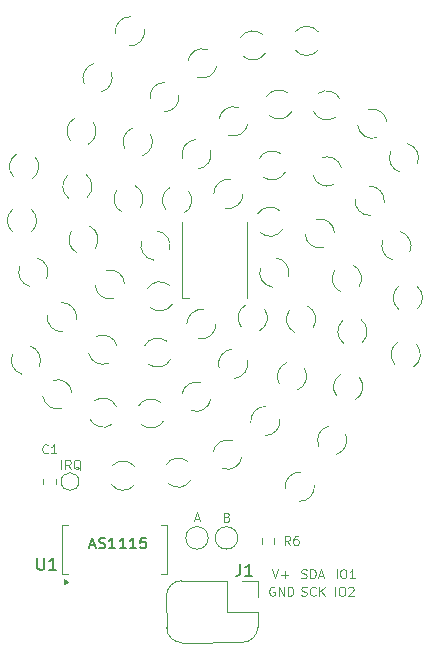
<source format=gbr>
%TF.GenerationSoftware,KiCad,Pcbnew,8.0.6*%
%TF.CreationDate,2024-11-10T20:15:22+09:00*%
%TF.ProjectId,sao-petal,73616f2d-7065-4746-916c-2e6b69636164,-*%
%TF.SameCoordinates,Original*%
%TF.FileFunction,Legend,Top*%
%TF.FilePolarity,Positive*%
%FSLAX46Y46*%
G04 Gerber Fmt 4.6, Leading zero omitted, Abs format (unit mm)*
G04 Created by KiCad (PCBNEW 8.0.6) date 2024-11-10 20:15:22*
%MOMM*%
%LPD*%
G01*
G04 APERTURE LIST*
%ADD10C,0.101600*%
%ADD11C,0.152400*%
%ADD12C,0.150000*%
%ADD13C,0.100000*%
%ADD14C,0.120000*%
G04 APERTURE END LIST*
D10*
X145178834Y-109212691D02*
X145287692Y-109248976D01*
X145287692Y-109248976D02*
X145469120Y-109248976D01*
X145469120Y-109248976D02*
X145541692Y-109212691D01*
X145541692Y-109212691D02*
X145577977Y-109176405D01*
X145577977Y-109176405D02*
X145614263Y-109103833D01*
X145614263Y-109103833D02*
X145614263Y-109031262D01*
X145614263Y-109031262D02*
X145577977Y-108958691D01*
X145577977Y-108958691D02*
X145541692Y-108922405D01*
X145541692Y-108922405D02*
X145469120Y-108886119D01*
X145469120Y-108886119D02*
X145323977Y-108849833D01*
X145323977Y-108849833D02*
X145251406Y-108813548D01*
X145251406Y-108813548D02*
X145215120Y-108777262D01*
X145215120Y-108777262D02*
X145178834Y-108704691D01*
X145178834Y-108704691D02*
X145178834Y-108632119D01*
X145178834Y-108632119D02*
X145215120Y-108559548D01*
X145215120Y-108559548D02*
X145251406Y-108523262D01*
X145251406Y-108523262D02*
X145323977Y-108486976D01*
X145323977Y-108486976D02*
X145505406Y-108486976D01*
X145505406Y-108486976D02*
X145614263Y-108523262D01*
X145940834Y-109248976D02*
X145940834Y-108486976D01*
X145940834Y-108486976D02*
X146122263Y-108486976D01*
X146122263Y-108486976D02*
X146231120Y-108523262D01*
X146231120Y-108523262D02*
X146303691Y-108595833D01*
X146303691Y-108595833D02*
X146339977Y-108668405D01*
X146339977Y-108668405D02*
X146376263Y-108813548D01*
X146376263Y-108813548D02*
X146376263Y-108922405D01*
X146376263Y-108922405D02*
X146339977Y-109067548D01*
X146339977Y-109067548D02*
X146303691Y-109140119D01*
X146303691Y-109140119D02*
X146231120Y-109212691D01*
X146231120Y-109212691D02*
X146122263Y-109248976D01*
X146122263Y-109248976D02*
X145940834Y-109248976D01*
X146666548Y-109031262D02*
X147029406Y-109031262D01*
X146593977Y-109248976D02*
X146847977Y-108486976D01*
X146847977Y-108486976D02*
X147101977Y-109248976D01*
X136148234Y-104227317D02*
X136511092Y-104227317D01*
X136075663Y-104445031D02*
X136329663Y-103683031D01*
X136329663Y-103683031D02*
X136583663Y-104445031D01*
X145178834Y-110711291D02*
X145287692Y-110747576D01*
X145287692Y-110747576D02*
X145469120Y-110747576D01*
X145469120Y-110747576D02*
X145541692Y-110711291D01*
X145541692Y-110711291D02*
X145577977Y-110675005D01*
X145577977Y-110675005D02*
X145614263Y-110602433D01*
X145614263Y-110602433D02*
X145614263Y-110529862D01*
X145614263Y-110529862D02*
X145577977Y-110457291D01*
X145577977Y-110457291D02*
X145541692Y-110421005D01*
X145541692Y-110421005D02*
X145469120Y-110384719D01*
X145469120Y-110384719D02*
X145323977Y-110348433D01*
X145323977Y-110348433D02*
X145251406Y-110312148D01*
X145251406Y-110312148D02*
X145215120Y-110275862D01*
X145215120Y-110275862D02*
X145178834Y-110203291D01*
X145178834Y-110203291D02*
X145178834Y-110130719D01*
X145178834Y-110130719D02*
X145215120Y-110058148D01*
X145215120Y-110058148D02*
X145251406Y-110021862D01*
X145251406Y-110021862D02*
X145323977Y-109985576D01*
X145323977Y-109985576D02*
X145505406Y-109985576D01*
X145505406Y-109985576D02*
X145614263Y-110021862D01*
X146376263Y-110675005D02*
X146339977Y-110711291D01*
X146339977Y-110711291D02*
X146231120Y-110747576D01*
X146231120Y-110747576D02*
X146158548Y-110747576D01*
X146158548Y-110747576D02*
X146049691Y-110711291D01*
X146049691Y-110711291D02*
X145977120Y-110638719D01*
X145977120Y-110638719D02*
X145940834Y-110566148D01*
X145940834Y-110566148D02*
X145904548Y-110421005D01*
X145904548Y-110421005D02*
X145904548Y-110312148D01*
X145904548Y-110312148D02*
X145940834Y-110167005D01*
X145940834Y-110167005D02*
X145977120Y-110094433D01*
X145977120Y-110094433D02*
X146049691Y-110021862D01*
X146049691Y-110021862D02*
X146158548Y-109985576D01*
X146158548Y-109985576D02*
X146231120Y-109985576D01*
X146231120Y-109985576D02*
X146339977Y-110021862D01*
X146339977Y-110021862D02*
X146376263Y-110058148D01*
X146702834Y-110747576D02*
X146702834Y-109985576D01*
X147138263Y-110747576D02*
X146811691Y-110312148D01*
X147138263Y-109985576D02*
X146702834Y-110421005D01*
X138888520Y-104074633D02*
X138997377Y-104110919D01*
X138997377Y-104110919D02*
X139033663Y-104147205D01*
X139033663Y-104147205D02*
X139069949Y-104219776D01*
X139069949Y-104219776D02*
X139069949Y-104328633D01*
X139069949Y-104328633D02*
X139033663Y-104401205D01*
X139033663Y-104401205D02*
X138997377Y-104437491D01*
X138997377Y-104437491D02*
X138924806Y-104473776D01*
X138924806Y-104473776D02*
X138634520Y-104473776D01*
X138634520Y-104473776D02*
X138634520Y-103711776D01*
X138634520Y-103711776D02*
X138888520Y-103711776D01*
X138888520Y-103711776D02*
X138961092Y-103748062D01*
X138961092Y-103748062D02*
X138997377Y-103784348D01*
X138997377Y-103784348D02*
X139033663Y-103856919D01*
X139033663Y-103856919D02*
X139033663Y-103929491D01*
X139033663Y-103929491D02*
X138997377Y-104002062D01*
X138997377Y-104002062D02*
X138961092Y-104038348D01*
X138961092Y-104038348D02*
X138888520Y-104074633D01*
X138888520Y-104074633D02*
X138634520Y-104074633D01*
X148161520Y-109248976D02*
X148161520Y-108486976D01*
X148669520Y-108486976D02*
X148814663Y-108486976D01*
X148814663Y-108486976D02*
X148887234Y-108523262D01*
X148887234Y-108523262D02*
X148959806Y-108595833D01*
X148959806Y-108595833D02*
X148996091Y-108740976D01*
X148996091Y-108740976D02*
X148996091Y-108994976D01*
X148996091Y-108994976D02*
X148959806Y-109140119D01*
X148959806Y-109140119D02*
X148887234Y-109212691D01*
X148887234Y-109212691D02*
X148814663Y-109248976D01*
X148814663Y-109248976D02*
X148669520Y-109248976D01*
X148669520Y-109248976D02*
X148596949Y-109212691D01*
X148596949Y-109212691D02*
X148524377Y-109140119D01*
X148524377Y-109140119D02*
X148488091Y-108994976D01*
X148488091Y-108994976D02*
X148488091Y-108740976D01*
X148488091Y-108740976D02*
X148524377Y-108595833D01*
X148524377Y-108595833D02*
X148596949Y-108523262D01*
X148596949Y-108523262D02*
X148669520Y-108486976D01*
X149721806Y-109248976D02*
X149286377Y-109248976D01*
X149504092Y-109248976D02*
X149504092Y-108486976D01*
X149504092Y-108486976D02*
X149431520Y-108595833D01*
X149431520Y-108595833D02*
X149358949Y-108668405D01*
X149358949Y-108668405D02*
X149286377Y-108704691D01*
X124834520Y-99995031D02*
X124834520Y-99233031D01*
X125632806Y-99995031D02*
X125378806Y-99632174D01*
X125197377Y-99995031D02*
X125197377Y-99233031D01*
X125197377Y-99233031D02*
X125487663Y-99233031D01*
X125487663Y-99233031D02*
X125560234Y-99269317D01*
X125560234Y-99269317D02*
X125596520Y-99305603D01*
X125596520Y-99305603D02*
X125632806Y-99378174D01*
X125632806Y-99378174D02*
X125632806Y-99487031D01*
X125632806Y-99487031D02*
X125596520Y-99559603D01*
X125596520Y-99559603D02*
X125560234Y-99595888D01*
X125560234Y-99595888D02*
X125487663Y-99632174D01*
X125487663Y-99632174D02*
X125197377Y-99632174D01*
X126467377Y-100067603D02*
X126394806Y-100031317D01*
X126394806Y-100031317D02*
X126322234Y-99958746D01*
X126322234Y-99958746D02*
X126213377Y-99849888D01*
X126213377Y-99849888D02*
X126140806Y-99813603D01*
X126140806Y-99813603D02*
X126068234Y-99813603D01*
X126104520Y-99995031D02*
X126031949Y-99958746D01*
X126031949Y-99958746D02*
X125959377Y-99886174D01*
X125959377Y-99886174D02*
X125923091Y-99741031D01*
X125923091Y-99741031D02*
X125923091Y-99487031D01*
X125923091Y-99487031D02*
X125959377Y-99341888D01*
X125959377Y-99341888D02*
X126031949Y-99269317D01*
X126031949Y-99269317D02*
X126104520Y-99233031D01*
X126104520Y-99233031D02*
X126249663Y-99233031D01*
X126249663Y-99233031D02*
X126322234Y-99269317D01*
X126322234Y-99269317D02*
X126394806Y-99341888D01*
X126394806Y-99341888D02*
X126431091Y-99487031D01*
X126431091Y-99487031D02*
X126431091Y-99741031D01*
X126431091Y-99741031D02*
X126394806Y-99886174D01*
X126394806Y-99886174D02*
X126322234Y-99958746D01*
X126322234Y-99958746D02*
X126249663Y-99995031D01*
X126249663Y-99995031D02*
X126104520Y-99995031D01*
X142718663Y-108486976D02*
X142972663Y-109248976D01*
X142972663Y-109248976D02*
X143226663Y-108486976D01*
X143480663Y-108958691D02*
X144061235Y-108958691D01*
X143770949Y-109248976D02*
X143770949Y-108668405D01*
X142896463Y-110021862D02*
X142823892Y-109985576D01*
X142823892Y-109985576D02*
X142715034Y-109985576D01*
X142715034Y-109985576D02*
X142606177Y-110021862D01*
X142606177Y-110021862D02*
X142533606Y-110094433D01*
X142533606Y-110094433D02*
X142497320Y-110167005D01*
X142497320Y-110167005D02*
X142461034Y-110312148D01*
X142461034Y-110312148D02*
X142461034Y-110421005D01*
X142461034Y-110421005D02*
X142497320Y-110566148D01*
X142497320Y-110566148D02*
X142533606Y-110638719D01*
X142533606Y-110638719D02*
X142606177Y-110711291D01*
X142606177Y-110711291D02*
X142715034Y-110747576D01*
X142715034Y-110747576D02*
X142787606Y-110747576D01*
X142787606Y-110747576D02*
X142896463Y-110711291D01*
X142896463Y-110711291D02*
X142932749Y-110675005D01*
X142932749Y-110675005D02*
X142932749Y-110421005D01*
X142932749Y-110421005D02*
X142787606Y-110421005D01*
X143259320Y-110747576D02*
X143259320Y-109985576D01*
X143259320Y-109985576D02*
X143694749Y-110747576D01*
X143694749Y-110747576D02*
X143694749Y-109985576D01*
X144057606Y-110747576D02*
X144057606Y-109985576D01*
X144057606Y-109985576D02*
X144239035Y-109985576D01*
X144239035Y-109985576D02*
X144347892Y-110021862D01*
X144347892Y-110021862D02*
X144420463Y-110094433D01*
X144420463Y-110094433D02*
X144456749Y-110167005D01*
X144456749Y-110167005D02*
X144493035Y-110312148D01*
X144493035Y-110312148D02*
X144493035Y-110421005D01*
X144493035Y-110421005D02*
X144456749Y-110566148D01*
X144456749Y-110566148D02*
X144420463Y-110638719D01*
X144420463Y-110638719D02*
X144347892Y-110711291D01*
X144347892Y-110711291D02*
X144239035Y-110747576D01*
X144239035Y-110747576D02*
X144057606Y-110747576D01*
X148034520Y-110747576D02*
X148034520Y-109985576D01*
X148542520Y-109985576D02*
X148687663Y-109985576D01*
X148687663Y-109985576D02*
X148760234Y-110021862D01*
X148760234Y-110021862D02*
X148832806Y-110094433D01*
X148832806Y-110094433D02*
X148869091Y-110239576D01*
X148869091Y-110239576D02*
X148869091Y-110493576D01*
X148869091Y-110493576D02*
X148832806Y-110638719D01*
X148832806Y-110638719D02*
X148760234Y-110711291D01*
X148760234Y-110711291D02*
X148687663Y-110747576D01*
X148687663Y-110747576D02*
X148542520Y-110747576D01*
X148542520Y-110747576D02*
X148469949Y-110711291D01*
X148469949Y-110711291D02*
X148397377Y-110638719D01*
X148397377Y-110638719D02*
X148361091Y-110493576D01*
X148361091Y-110493576D02*
X148361091Y-110239576D01*
X148361091Y-110239576D02*
X148397377Y-110094433D01*
X148397377Y-110094433D02*
X148469949Y-110021862D01*
X148469949Y-110021862D02*
X148542520Y-109985576D01*
X149159377Y-110058148D02*
X149195663Y-110021862D01*
X149195663Y-110021862D02*
X149268235Y-109985576D01*
X149268235Y-109985576D02*
X149449663Y-109985576D01*
X149449663Y-109985576D02*
X149522235Y-110021862D01*
X149522235Y-110021862D02*
X149558520Y-110058148D01*
X149558520Y-110058148D02*
X149594806Y-110130719D01*
X149594806Y-110130719D02*
X149594806Y-110203291D01*
X149594806Y-110203291D02*
X149558520Y-110312148D01*
X149558520Y-110312148D02*
X149123092Y-110747576D01*
X149123092Y-110747576D02*
X149594806Y-110747576D01*
D11*
X127258084Y-106462482D02*
X127693513Y-106462482D01*
X127170998Y-106723739D02*
X127475798Y-105809339D01*
X127475798Y-105809339D02*
X127780598Y-106723739D01*
X128041855Y-106680197D02*
X128172484Y-106723739D01*
X128172484Y-106723739D02*
X128390198Y-106723739D01*
X128390198Y-106723739D02*
X128477284Y-106680197D01*
X128477284Y-106680197D02*
X128520826Y-106636654D01*
X128520826Y-106636654D02*
X128564369Y-106549568D01*
X128564369Y-106549568D02*
X128564369Y-106462482D01*
X128564369Y-106462482D02*
X128520826Y-106375397D01*
X128520826Y-106375397D02*
X128477284Y-106331854D01*
X128477284Y-106331854D02*
X128390198Y-106288311D01*
X128390198Y-106288311D02*
X128216026Y-106244768D01*
X128216026Y-106244768D02*
X128128941Y-106201225D01*
X128128941Y-106201225D02*
X128085398Y-106157682D01*
X128085398Y-106157682D02*
X128041855Y-106070597D01*
X128041855Y-106070597D02*
X128041855Y-105983511D01*
X128041855Y-105983511D02*
X128085398Y-105896425D01*
X128085398Y-105896425D02*
X128128941Y-105852882D01*
X128128941Y-105852882D02*
X128216026Y-105809339D01*
X128216026Y-105809339D02*
X128433741Y-105809339D01*
X128433741Y-105809339D02*
X128564369Y-105852882D01*
X129435226Y-106723739D02*
X128912712Y-106723739D01*
X129173969Y-106723739D02*
X129173969Y-105809339D01*
X129173969Y-105809339D02*
X129086883Y-105939968D01*
X129086883Y-105939968D02*
X128999798Y-106027054D01*
X128999798Y-106027054D02*
X128912712Y-106070597D01*
X130306083Y-106723739D02*
X129783569Y-106723739D01*
X130044826Y-106723739D02*
X130044826Y-105809339D01*
X130044826Y-105809339D02*
X129957740Y-105939968D01*
X129957740Y-105939968D02*
X129870655Y-106027054D01*
X129870655Y-106027054D02*
X129783569Y-106070597D01*
X131176940Y-106723739D02*
X130654426Y-106723739D01*
X130915683Y-106723739D02*
X130915683Y-105809339D01*
X130915683Y-105809339D02*
X130828597Y-105939968D01*
X130828597Y-105939968D02*
X130741512Y-106027054D01*
X130741512Y-106027054D02*
X130654426Y-106070597D01*
X132004254Y-105809339D02*
X131568826Y-105809339D01*
X131568826Y-105809339D02*
X131525283Y-106244768D01*
X131525283Y-106244768D02*
X131568826Y-106201225D01*
X131568826Y-106201225D02*
X131655912Y-106157682D01*
X131655912Y-106157682D02*
X131873626Y-106157682D01*
X131873626Y-106157682D02*
X131960712Y-106201225D01*
X131960712Y-106201225D02*
X132004254Y-106244768D01*
X132004254Y-106244768D02*
X132047797Y-106331854D01*
X132047797Y-106331854D02*
X132047797Y-106549568D01*
X132047797Y-106549568D02*
X132004254Y-106636654D01*
X132004254Y-106636654D02*
X131960712Y-106680197D01*
X131960712Y-106680197D02*
X131873626Y-106723739D01*
X131873626Y-106723739D02*
X131655912Y-106723739D01*
X131655912Y-106723739D02*
X131568826Y-106680197D01*
X131568826Y-106680197D02*
X131525283Y-106636654D01*
D12*
X140002916Y-108048389D02*
X140002916Y-108762674D01*
X140002916Y-108762674D02*
X139955297Y-108905531D01*
X139955297Y-108905531D02*
X139860059Y-109000770D01*
X139860059Y-109000770D02*
X139717202Y-109048389D01*
X139717202Y-109048389D02*
X139621964Y-109048389D01*
X141002916Y-109048389D02*
X140431488Y-109048389D01*
X140717202Y-109048389D02*
X140717202Y-108048389D01*
X140717202Y-108048389D02*
X140621964Y-108191246D01*
X140621964Y-108191246D02*
X140526726Y-108286484D01*
X140526726Y-108286484D02*
X140431488Y-108334103D01*
D13*
X123709250Y-98618314D02*
X123672964Y-98654600D01*
X123672964Y-98654600D02*
X123564107Y-98690885D01*
X123564107Y-98690885D02*
X123491535Y-98690885D01*
X123491535Y-98690885D02*
X123382678Y-98654600D01*
X123382678Y-98654600D02*
X123310107Y-98582028D01*
X123310107Y-98582028D02*
X123273821Y-98509457D01*
X123273821Y-98509457D02*
X123237535Y-98364314D01*
X123237535Y-98364314D02*
X123237535Y-98255457D01*
X123237535Y-98255457D02*
X123273821Y-98110314D01*
X123273821Y-98110314D02*
X123310107Y-98037742D01*
X123310107Y-98037742D02*
X123382678Y-97965171D01*
X123382678Y-97965171D02*
X123491535Y-97928885D01*
X123491535Y-97928885D02*
X123564107Y-97928885D01*
X123564107Y-97928885D02*
X123672964Y-97965171D01*
X123672964Y-97965171D02*
X123709250Y-98001457D01*
X124434964Y-98690885D02*
X123999535Y-98690885D01*
X124217250Y-98690885D02*
X124217250Y-97928885D01*
X124217250Y-97928885D02*
X124144678Y-98037742D01*
X124144678Y-98037742D02*
X124072107Y-98110314D01*
X124072107Y-98110314D02*
X123999535Y-98146600D01*
D12*
X122824345Y-107548389D02*
X122824345Y-108357912D01*
X122824345Y-108357912D02*
X122871964Y-108453150D01*
X122871964Y-108453150D02*
X122919583Y-108500770D01*
X122919583Y-108500770D02*
X123014821Y-108548389D01*
X123014821Y-108548389D02*
X123205297Y-108548389D01*
X123205297Y-108548389D02*
X123300535Y-108500770D01*
X123300535Y-108500770D02*
X123348154Y-108453150D01*
X123348154Y-108453150D02*
X123395773Y-108357912D01*
X123395773Y-108357912D02*
X123395773Y-107548389D01*
X124395773Y-108548389D02*
X123824345Y-108548389D01*
X124110059Y-108548389D02*
X124110059Y-107548389D01*
X124110059Y-107548389D02*
X124014821Y-107691246D01*
X124014821Y-107691246D02*
X123919583Y-107786484D01*
X123919583Y-107786484D02*
X123824345Y-107834103D01*
D13*
X144209250Y-106440885D02*
X143955250Y-106078028D01*
X143773821Y-106440885D02*
X143773821Y-105678885D01*
X143773821Y-105678885D02*
X144064107Y-105678885D01*
X144064107Y-105678885D02*
X144136678Y-105715171D01*
X144136678Y-105715171D02*
X144172964Y-105751457D01*
X144172964Y-105751457D02*
X144209250Y-105824028D01*
X144209250Y-105824028D02*
X144209250Y-105932885D01*
X144209250Y-105932885D02*
X144172964Y-106005457D01*
X144172964Y-106005457D02*
X144136678Y-106041742D01*
X144136678Y-106041742D02*
X144064107Y-106078028D01*
X144064107Y-106078028D02*
X143773821Y-106078028D01*
X144862393Y-105678885D02*
X144717250Y-105678885D01*
X144717250Y-105678885D02*
X144644678Y-105715171D01*
X144644678Y-105715171D02*
X144608393Y-105751457D01*
X144608393Y-105751457D02*
X144535821Y-105860314D01*
X144535821Y-105860314D02*
X144499535Y-106005457D01*
X144499535Y-106005457D02*
X144499535Y-106295742D01*
X144499535Y-106295742D02*
X144535821Y-106368314D01*
X144535821Y-106368314D02*
X144572107Y-106404600D01*
X144572107Y-106404600D02*
X144644678Y-106440885D01*
X144644678Y-106440885D02*
X144789821Y-106440885D01*
X144789821Y-106440885D02*
X144862393Y-106404600D01*
X144862393Y-106404600D02*
X144898678Y-106368314D01*
X144898678Y-106368314D02*
X144934964Y-106295742D01*
X144934964Y-106295742D02*
X144934964Y-106114314D01*
X144934964Y-106114314D02*
X144898678Y-106041742D01*
X144898678Y-106041742D02*
X144862393Y-106005457D01*
X144862393Y-106005457D02*
X144789821Y-105969171D01*
X144789821Y-105969171D02*
X144644678Y-105969171D01*
X144644678Y-105969171D02*
X144572107Y-106005457D01*
X144572107Y-106005457D02*
X144535821Y-106041742D01*
X144535821Y-106041742D02*
X144499535Y-106114314D01*
D14*
%TO.C,LED26*%
X148175480Y-93836949D02*
G75*
G02*
X148553447Y-91963411I966570J779899D01*
G01*
X150108620Y-92277151D02*
G75*
G02*
X149746083Y-94142243I-966571J-779899D01*
G01*
%TO.C,LED27*%
X146659716Y-98093068D02*
G75*
G02*
X147479706Y-96366620I1126534J522898D01*
G01*
X148912784Y-97047272D02*
G75*
G02*
X148109809Y-98769258I-1126535J-522898D01*
G01*
%TO.C,TP2*%
X137286461Y-105843570D02*
G75*
G02*
X135386039Y-105843570I-950211J0D01*
G01*
X135386039Y-105843570D02*
G75*
G02*
X137286461Y-105843570I950211J0D01*
G01*
%TO.C,LED33*%
X137695311Y-98592922D02*
G75*
G02*
X139340530Y-97620166I1226339J-196448D01*
G01*
X140147989Y-98985818D02*
G75*
G02*
X138519372Y-99964390I-1226339J196448D01*
G01*
%TO.C,LED49*%
X120776021Y-75234786D02*
G75*
G02*
X121040450Y-73353277I924430J829416D01*
G01*
X122624879Y-73575954D02*
G75*
G02*
X122345483Y-75466705I-924429J-829416D01*
G01*
%TO.C,LED46*%
X124838035Y-85915785D02*
G75*
G02*
X126131595Y-87322805I62814J-1240386D01*
G01*
X124963665Y-88396555D02*
G75*
G02*
X123667870Y-87006983I-62814J1240384D01*
G01*
%TO.C,LED48*%
X120739352Y-79941187D02*
G75*
G02*
X120706192Y-78041477I783301J963817D01*
G01*
X122305948Y-78013553D02*
G75*
G02*
X122325771Y-79924733I-783298J-963817D01*
G01*
%TO.C,LED20*%
X153403752Y-86468987D02*
G75*
G02*
X153383929Y-84557807I783298J963817D01*
G01*
X154970348Y-84541353D02*
G75*
G02*
X155003508Y-86441063I-783301J-963817D01*
G01*
%TO.C,LED7*%
X144691357Y-62946312D02*
G75*
G02*
X146591067Y-62979472I935893J-816461D01*
G01*
X146563143Y-64579228D02*
G75*
G02*
X144652436Y-64532339I-935893J816458D01*
G01*
%TO.C,LED12*%
X146618476Y-68205151D02*
G75*
G02*
X148453735Y-68696907I710574J-1018620D01*
G01*
X148039624Y-70242389D02*
G75*
G02*
X146197017Y-69734651I-710575J1018614D01*
G01*
%TO.C,LED57*%
X135088140Y-85528350D02*
X135088140Y-79078350D01*
X135688140Y-85528350D02*
X135088140Y-85528350D01*
X140588140Y-85528350D02*
X140588140Y-79078350D01*
%TO.C,LED53*%
X125461956Y-77072967D02*
G75*
G02*
X125362517Y-75175571I749185J990567D01*
G01*
X126960324Y-75091833D02*
G75*
G02*
X127046834Y-77001157I-749184J-990567D01*
G01*
%TO.C,LED39*%
X131370164Y-94686690D02*
G75*
G02*
X133254713Y-94368135I1074487J-622882D01*
G01*
X133519136Y-95932450D02*
G75*
G02*
X131648001Y-96262382I-1074487J622883D01*
G01*
%TO.C,LED17*%
X146831552Y-73685236D02*
G75*
G02*
X148553538Y-74488211I522898J-1126535D01*
G01*
X147877348Y-75938304D02*
G75*
G02*
X146150900Y-75118314I-522898J1126534D01*
G01*
%TO.C,LED38*%
X135057326Y-93669350D02*
G75*
G02*
X136719271Y-92725454I1222724J-217820D01*
G01*
X137502774Y-94104990D02*
G75*
G02*
X135857326Y-95054991I-1222725J217821D01*
G01*
%TO.C,LED2*%
X129997399Y-78250738D02*
G75*
G02*
X129537748Y-76407178I546413J1115318D01*
G01*
X131090221Y-76020102D02*
G75*
G02*
X131539457Y-77877839I-546411J-1115318D01*
G01*
%TO.C,LED21*%
X153084821Y-91135186D02*
G75*
G02*
X153364217Y-89244435I924429J829416D01*
G01*
X154933679Y-89476354D02*
G75*
G02*
X154669250Y-91357863I-924430J-829416D01*
G01*
%TO.C,LED40*%
X127670076Y-94214751D02*
G75*
G02*
X129512683Y-94722489I710575J-1018614D01*
G01*
X129091224Y-96251989D02*
G75*
G02*
X127255965Y-95760233I-710574J1018620D01*
G01*
%TO.C,LED4*%
X132360626Y-68704697D02*
G75*
G02*
X133607138Y-67270748I1227024J192127D01*
G01*
X134814674Y-68320443D02*
G75*
G02*
X133550576Y-69753991I-1227024J-192127D01*
G01*
%TO.C,LED13*%
X150808140Y-69591308D02*
G75*
G02*
X152419431Y-70598155I381708J-1181865D01*
G01*
X151571560Y-71955032D02*
G75*
G02*
X149957913Y-70930753I-381713J1181858D01*
G01*
%TO.C,J1*%
X133752718Y-110755637D02*
X133766250Y-113453570D01*
X138896250Y-109473570D02*
X135003679Y-109455637D01*
X138896250Y-109473570D02*
X138896250Y-112073570D01*
X138896250Y-112073570D02*
X141496250Y-112073570D01*
X140166250Y-109473570D02*
X141496250Y-109473570D01*
X140217372Y-114682737D02*
X135066250Y-114704531D01*
X141496250Y-109473570D02*
X141496250Y-110803570D01*
X141496250Y-112073570D02*
X141496250Y-113373570D01*
X133752718Y-110755637D02*
G75*
G02*
X135003679Y-109455637I1300963J-2D01*
G01*
X135066250Y-114704531D02*
G75*
G02*
X133766250Y-113453570I0J1300961D01*
G01*
X141496250Y-113373570D02*
G75*
G02*
X140217372Y-114682738I-1330000J20000D01*
G01*
%TO.C,C1*%
X123313750Y-101305828D02*
X123313750Y-100831312D01*
X124358750Y-101305828D02*
X124358750Y-100831312D01*
%TO.C,LED52*%
X126202787Y-81702255D02*
G75*
G02*
X125711031Y-79866996I526864J1124685D01*
G01*
X127256513Y-79452885D02*
G75*
G02*
X127738103Y-81302500I-526858J-1124684D01*
G01*
%TO.C,LED28*%
X143810069Y-101656357D02*
G75*
G02*
X145123427Y-100267798I1232984J149186D01*
G01*
X146276031Y-101357983D02*
G75*
G02*
X144980235Y-102747555I-1232980J-149189D01*
G01*
%TO.C,LED15*%
X137755878Y-76714583D02*
G75*
G02*
X139211362Y-75493286I1241974J-2189D01*
G01*
X140239822Y-76718957D02*
G75*
G02*
X138767031Y-77937107I-1241972J2187D01*
G01*
%TO.C,LED19*%
X152919267Y-82315521D02*
G75*
G02*
X152093602Y-80591781I302583J1204551D01*
G01*
X153524433Y-79906419D02*
G75*
G02*
X154357337Y-81614127I-302586J-1204552D01*
G01*
%TO.C,LED6*%
X140028557Y-63483770D02*
G75*
G02*
X141910066Y-63219341I1052093J-660001D01*
G01*
X142132743Y-64803770D02*
G75*
G02*
X140238224Y-65056359I-1052093J660000D01*
G01*
%TO.C,LED32*%
X140895026Y-96136697D02*
G75*
G02*
X142159124Y-94703149I1227024J192127D01*
G01*
X143349074Y-95752443D02*
G75*
G02*
X142102562Y-97186392I-1227024J-192127D01*
G01*
%TO.C,LED34*%
X133703957Y-99653370D02*
G75*
G02*
X135598476Y-99400781I1052093J-660000D01*
G01*
X135808143Y-100973370D02*
G75*
G02*
X133926634Y-101237799I-1052093J660001D01*
G01*
%TO.C,LED9*%
X135105231Y-73683303D02*
G75*
G02*
X136195026Y-72126915I1200220J319332D01*
G01*
X137505669Y-73044637D02*
G75*
G02*
X136398343Y-74602463I-1200220J-319331D01*
G01*
%TO.C,LED30*%
X144610629Y-88437418D02*
G75*
G02*
X144161393Y-86579681I546411J1115318D01*
G01*
X145703451Y-86206782D02*
G75*
G02*
X146163102Y-88050342I-546413J-1115318D01*
G01*
%TO.C,LED24*%
X148523696Y-85013278D02*
G75*
G02*
X148009899Y-83172351I507156J1133709D01*
G01*
X149538004Y-82745862D02*
G75*
G02*
X150061714Y-84572259I-507154J-1133708D01*
G01*
%TO.C,LED55*%
X126796916Y-67409868D02*
G75*
G02*
X127599891Y-65687882I1126535J522898D01*
G01*
X129049984Y-66364072D02*
G75*
G02*
X128229994Y-68090520I-1126534J-522898D01*
G01*
%TO.C,LED8*%
X133674416Y-78013081D02*
G75*
G02*
X134069448Y-76154600I980035J762911D01*
G01*
X135634484Y-76487259D02*
G75*
G02*
X135223877Y-78353915I-980034J-762911D01*
G01*
%TO.C,LED1*%
X132672121Y-82318018D02*
G75*
G02*
X131642539Y-80707750I153529J1232448D01*
G01*
X132979179Y-79853122D02*
G75*
G02*
X134013994Y-81446596I-153530J-1232449D01*
G01*
%TO.C,LED23*%
X146443222Y-78861050D02*
G75*
G02*
X147980355Y-79977842I298340J-1205608D01*
G01*
X147039898Y-81272270D02*
G75*
G02*
X145501632Y-80137924I-298338J1205610D01*
G01*
%TO.C,LED37*%
X138204031Y-91412503D02*
G75*
G02*
X139311357Y-89854677I1200220J319331D01*
G01*
X140604469Y-90773837D02*
G75*
G02*
X139514674Y-92330225I-1200220J-319332D01*
G01*
%TO.C,LED31*%
X143316945Y-92797758D02*
G75*
G02*
X143951980Y-90995056I1065705J637788D01*
G01*
X145448355Y-91522182D02*
G75*
G02*
X144829775Y-93318668I-1065700J-637790D01*
G01*
%TO.C,LED3*%
X130261345Y-72934958D02*
G75*
G02*
X130879925Y-71138472I1065700J637790D01*
G01*
X132392755Y-71659382D02*
G75*
G02*
X131757720Y-73462084I-1065705J-637788D01*
G01*
%TO.C,LED44*%
X131897838Y-89587577D02*
G75*
G02*
X133763132Y-89170831I1105611J-565790D01*
G01*
X134109062Y-90719163D02*
G75*
G02*
X132257760Y-91146569I-1105612J565794D01*
G01*
%TO.C,LED16*%
X141600638Y-73737977D02*
G75*
G02*
X143451940Y-73310571I1105612J-565794D01*
G01*
X143811862Y-74869563D02*
G75*
G02*
X141946568Y-75286309I-1105611J565790D01*
G01*
%TO.C,TP3*%
X139786461Y-105843570D02*
G75*
G02*
X137886039Y-105843570I-950211J0D01*
G01*
X137886039Y-105843570D02*
G75*
G02*
X139786461Y-105843570I950211J0D01*
G01*
%TO.C,LED56*%
X129433669Y-63099157D02*
G75*
G02*
X130729465Y-61709585I1232980J149189D01*
G01*
X131899631Y-62800783D02*
G75*
G02*
X130586273Y-64189342I-1232984J-149186D01*
G01*
%TO.C,LED35*%
X129160948Y-99734703D02*
G75*
G02*
X131070547Y-99814931I921502J-832662D01*
G01*
X131003952Y-101400037D02*
G75*
G02*
X129105109Y-101333728I-921502J832668D01*
G01*
%TO.C,LED5*%
X135561711Y-65471322D02*
G75*
G02*
X137190328Y-64492750I1226339J-196448D01*
G01*
X138014389Y-65864218D02*
G75*
G02*
X136369170Y-66836974I-1226339J196448D01*
G01*
%TO.C,LED43*%
X135469878Y-87738183D02*
G75*
G02*
X136942669Y-86520033I1241972J-2187D01*
G01*
X137953822Y-87742557D02*
G75*
G02*
X136498338Y-88963854I-1241974J2189D01*
G01*
%TO.C,U1*%
X124918750Y-104783570D02*
X125426250Y-104783570D01*
X124918750Y-106843570D02*
X124918750Y-104783570D01*
X124918750Y-106843570D02*
X124918750Y-108903570D01*
X124918750Y-108903570D02*
X125426250Y-108903570D01*
X133838750Y-104783570D02*
X133331250Y-104783570D01*
X133838750Y-106843570D02*
X133838750Y-104783570D01*
X133838750Y-106843570D02*
X133838750Y-108903570D01*
X133838750Y-108903570D02*
X133331250Y-108903570D01*
X125426250Y-109543570D02*
X125096250Y-109783570D01*
X125096250Y-109303570D01*
X125426250Y-109543570D01*
G36*
X125426250Y-109543570D02*
G01*
X125096250Y-109783570D01*
X125096250Y-109303570D01*
X125426250Y-109543570D01*
G37*
%TO.C,LED54*%
X125601080Y-72179989D02*
G75*
G02*
X125963617Y-70314897I966571J779899D01*
G01*
X127534220Y-70620191D02*
G75*
G02*
X127156253Y-72493729I-966570J-779899D01*
G01*
%TO.C,LED42*%
X121529291Y-91987457D02*
G75*
G02*
X120726317Y-90265472I323562J1199088D01*
G01*
X122176409Y-89589283D02*
G75*
G02*
X122971865Y-91327170I-323559J-1199087D01*
G01*
%TO.C,LED41*%
X124138140Y-92502108D02*
G75*
G02*
X125751787Y-93526387I381713J-1181858D01*
G01*
X124901560Y-94865832D02*
G75*
G02*
X123290269Y-93858985I-381708J1181865D01*
G01*
%TO.C,LED50*%
X132132917Y-84728490D02*
G75*
G02*
X134027436Y-84475901I1052093J-660000D01*
G01*
X134237103Y-86048490D02*
G75*
G02*
X132355594Y-86312919I-1052093J660001D01*
G01*
%TO.C,LED18*%
X150898435Y-76060585D02*
G75*
G02*
X152194230Y-77450157I62814J-1240384D01*
G01*
X151024065Y-78541355D02*
G75*
G02*
X149730505Y-77134335I-62814J1240386D01*
G01*
%TO.C,LED22*%
X141472597Y-78408650D02*
G75*
G02*
X143354106Y-78144221I1052093J-660001D01*
G01*
X143576783Y-79728650D02*
G75*
G02*
X141682264Y-79981239I-1052093J660000D01*
G01*
%TO.C,LED10*%
X138206926Y-70352150D02*
G75*
G02*
X139852374Y-69402149I1222725J-217821D01*
G01*
X140652374Y-70787790D02*
G75*
G02*
X138990429Y-71731686I-1222724J217820D01*
G01*
%TO.C,LED51*%
X128669802Y-83184870D02*
G75*
G02*
X130208068Y-84319216I298338J-1205610D01*
G01*
X129266478Y-85596090D02*
G75*
G02*
X127729345Y-84479298I-298340J1205608D01*
G01*
%TO.C,LED11*%
X142190564Y-68524690D02*
G75*
G02*
X144061699Y-68194758I1074487J-622883D01*
G01*
X144339536Y-69770450D02*
G75*
G02*
X142454987Y-70089005I-1074487J622882D01*
G01*
%TO.C,TP1*%
X126336650Y-101075370D02*
G75*
G02*
X124836650Y-101075370I-750000J0D01*
G01*
X124836650Y-101075370D02*
G75*
G02*
X126336650Y-101075370I750000J0D01*
G01*
%TO.C,LED45*%
X127832352Y-88772836D02*
G75*
G02*
X129558800Y-89592826I522898J-1126534D01*
G01*
X128878148Y-91025904D02*
G75*
G02*
X127156162Y-90222929I-522898J1126535D01*
G01*
%TO.C,LED47*%
X122185267Y-84550721D02*
G75*
G02*
X121352363Y-82843013I302586J1204552D01*
G01*
X122790433Y-82141619D02*
G75*
G02*
X123616098Y-83865359I-302583J-1204551D01*
G01*
%TO.C,LED36*%
X140075216Y-87969881D02*
G75*
G02*
X140485823Y-86103225I980034J762911D01*
G01*
X142035284Y-86444059D02*
G75*
G02*
X141640252Y-88302540I-980035J-762911D01*
G01*
%TO.C,R6*%
X141813750Y-106330828D02*
X141813750Y-105856312D01*
X142858750Y-106330828D02*
X142858750Y-105856312D01*
%TO.C,LED25*%
X148749376Y-89365307D02*
G75*
G02*
X148662866Y-87455983I749184J990567D01*
G01*
X150247744Y-87384173D02*
G75*
G02*
X150347183Y-89281569I-749185J-990567D01*
G01*
%TO.C,LED29*%
X142730521Y-84604018D02*
G75*
G02*
X141700939Y-82993750I153529J1232448D01*
G01*
X143037579Y-82139122D02*
G75*
G02*
X144072394Y-83732596I-153530J-1232449D01*
G01*
%TO.C,LED14*%
X153533291Y-74867857D02*
G75*
G02*
X152737835Y-73129970I323559J1199087D01*
G01*
X154180409Y-72469683D02*
G75*
G02*
X154983383Y-74191668I-323562J-1199088D01*
G01*
%TD*%
M02*

</source>
